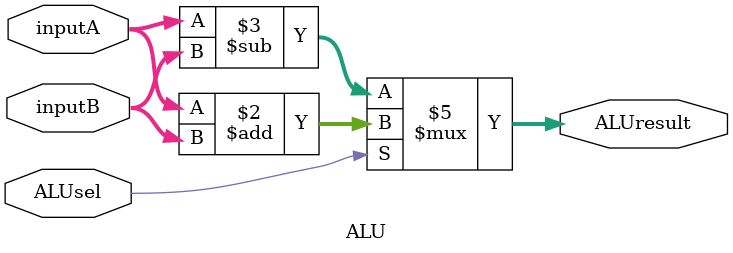
<source format=sv>
module ALU (

input logic [31:0]inputA,
input logic [31:0]inputB,

input logic ALUsel,

output logic [31:0] ALUresult

);

always_comb 
begin
if(ALUsel)
ALUresult = inputA + inputB;
else 
ALUresult = inputA - inputB;
end 
endmodule


</source>
